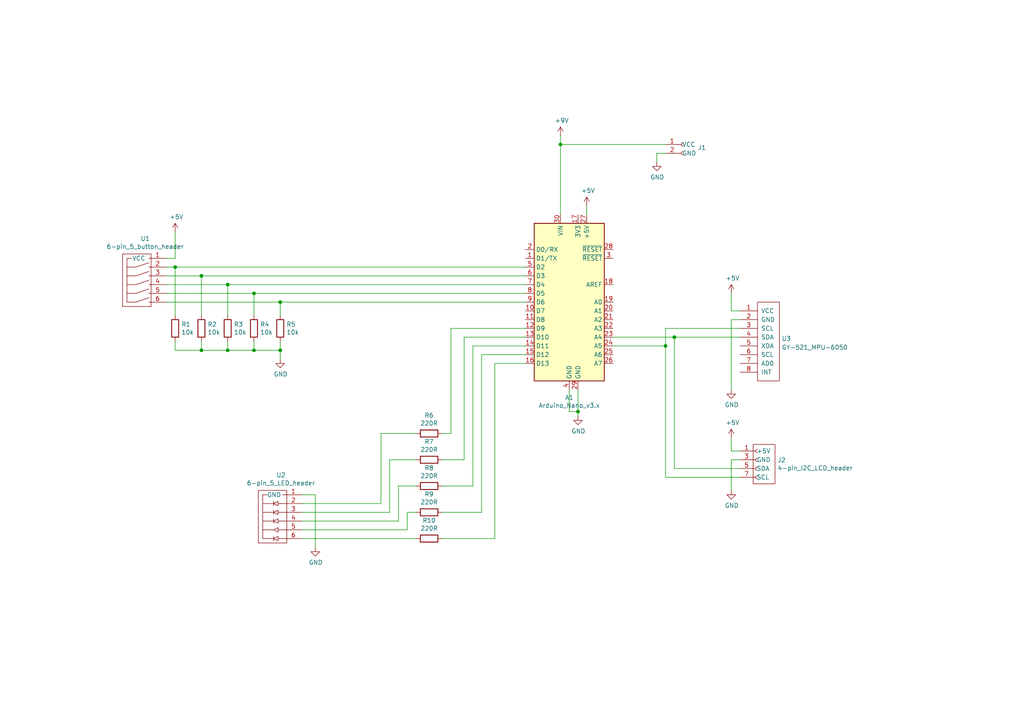
<source format=kicad_sch>
(kicad_sch (version 20230121) (generator eeschema)
  (paper "A4")
  (lib_symbols
    (symbol "Device:R" (pin_numbers hide) (pin_names (offset 0))
      (property "Reference" "R" (at 2.032 0 90))
      (property "Value" "R" (at 0 0 90))
      (symbol "R_0_1"
        (rectangle (start -1.016 -2.54) (end 1.016 2.54) (stroke (width 0.254)))
      )
      (symbol "R_1_1"
        (pin passive line (at 0 3.81 270) (length 1.27) (name "~") (number "1"))
        (pin passive line (at 0 -3.81 90) (length 1.27) (name "~") (number "2"))
      )
    )
    (symbol "MCU_Module:Arduino_Nano_v3.x"
      (property "Reference" "A" (at -10.16 23.495 0))
      (property "Value" "Arduino_Nano_v3.x" (at 5.08 -24.13 0))
      (symbol "Arduino_Nano_v3.x_0_1"
        (rectangle (start -10.16 22.86) (end 10.16 -22.86) (stroke (width 0.254)) (fill (type background)))
      )
      (symbol "Arduino_Nano_v3.x_1_1"
        (pin bidirectional line (at -12.7 12.7 0) (length 2.54) (name "D1/TX") (number "1"))
        (pin bidirectional line (at -12.7 -2.54 0) (length 2.54) (name "D7") (number "10"))
        (pin bidirectional line (at -12.7 -5.08 0) (length 2.54) (name "D8") (number "11"))
        (pin bidirectional line (at -12.7 -7.62 0) (length 2.54) (name "D9") (number "12"))
        (pin bidirectional line (at -12.7 -10.16 0) (length 2.54) (name "D10") (number "13"))
        (pin bidirectional line (at -12.7 -12.7 0) (length 2.54) (name "D11") (number "14"))
        (pin bidirectional line (at -12.7 -15.24 0) (length 2.54) (name "D12") (number "15"))
        (pin bidirectional line (at -12.7 -17.78 0) (length 2.54) (name "D13") (number "16"))
        (pin power_out line (at 2.54 25.4 270) (length 2.54) (name "3V3") (number "17"))
        (pin input line (at 12.7 5.08 180) (length 2.54) (name "AREF") (number "18"))
        (pin bidirectional line (at 12.7 0 180) (length 2.54) (name "A0") (number "19"))
        (pin bidirectional line (at -12.7 15.24 0) (length 2.54) (name "D0/RX") (number "2"))
        (pin bidirectional line (at 12.7 -2.54 180) (length 2.54) (name "A1") (number "20"))
        (pin bidirectional line (at 12.7 -5.08 180) (length 2.54) (name "A2") (number "21"))
        (pin bidirectional line (at 12.7 -7.62 180) (length 2.54) (name "A3") (number "22"))
        (pin bidirectional line (at 12.7 -10.16 180) (length 2.54) (name "A4") (number "23"))
        (pin bidirectional line (at 12.7 -12.7 180) (length 2.54) (name "A5") (number "24"))
        (pin bidirectional line (at 12.7 -15.24 180) (length 2.54) (name "A6") (number "25"))
        (pin bidirectional line (at 12.7 -17.78 180) (length 2.54) (name "A7") (number "26"))
        (pin power_out line (at 5.08 25.4 270) (length 2.54) (name "+5V") (number "27"))
        (pin input line (at 12.7 15.24 180) (length 2.54) (name "~{RESET}") (number "28"))
        (pin power_in line (at 2.54 -25.4 90) (length 2.54) (name "GND") (number "29"))
        (pin input line (at 12.7 12.7 180) (length 2.54) (name "~{RESET}") (number "3"))
        (pin power_in line (at -2.54 25.4 270) (length 2.54) (name "VIN") (number "30"))
        (pin power_in line (at 0 -25.4 90) (length 2.54) (name "GND") (number "4"))
        (pin bidirectional line (at -12.7 10.16 0) (length 2.54) (name "D2") (number "5"))
        (pin bidirectional line (at -12.7 7.62 0) (length 2.54) (name "D3") (number "6"))
        (pin bidirectional line (at -12.7 5.08 0) (length 2.54) (name "D4") (number "7"))
        (pin bidirectional line (at -12.7 2.54 0) (length 2.54) (name "D5") (number "8"))
        (pin bidirectional line (at -12.7 0 0) (length 2.54) (name "D6") (number "9"))
      )
    )
    (symbol "My_Headers:2-pin_power_input_header" (pin_names (offset 1.016))
      (property "Reference" "J" (at 0 2.54 0))
      (symbol "2-pin_power_input_header_1_1"
        (arc (start 0 -2.032) (mid -0.5058 -2.54) (end 0 -3.048) (stroke (width 0.1524)))
        (polyline (pts (xy -1.27 -2.54) (xy -0.508 -2.54)) (stroke (width 0.1524)))
        (polyline (pts (xy -1.27 0) (xy -0.508 0)) (stroke (width 0.1524)))
        (arc (start 0 0.508) (mid -0.5058 0) (end 0 -0.508) (stroke (width 0.1524)))
        (pin power_out line (at -5.08 0 0) (length 3.81) (name "VCC") (number "1"))
        (pin power_out line (at -5.08 -2.54 0) (length 3.81) (name "GND") (number "2"))
      )
    )
    (symbol "My_Headers:4-pin_I2C_LCD_header" (pin_names (offset 1.016))
      (property "Reference" "J" (at 0 5.715 0))
      (property "Value" "4-pin_I2C_LCD_header" (at 0 -8.255 0))
      (symbol "4-pin_I2C_LCD_header_0_1"
        (rectangle (start -1.27 4.445) (end 5.08 -6.985))
      )
      (symbol "4-pin_I2C_LCD_header_1_1"
        (arc (start 0 -4.572) (mid -0.5058 -5.08) (end 0 -5.588) (stroke (width 0.1524)))
        (arc (start 0 -2.032) (mid -0.5058 -2.54) (end 0 -3.048) (stroke (width 0.1524)))
        (polyline (pts (xy -1.27 -5.08) (xy -0.508 -5.08)) (stroke (width 0.1524)))
        (polyline (pts (xy -1.27 -2.54) (xy -0.508 -2.54)) (stroke (width 0.1524)))
        (polyline (pts (xy -1.27 0) (xy -0.508 0)) (stroke (width 0.1524)))
        (polyline (pts (xy -1.27 2.54) (xy -0.508 2.54)) (stroke (width 0.1524)))
        (arc (start 0 0.508) (mid -0.5058 0) (end 0 -0.508) (stroke (width 0.1524)))
        (arc (start 0 3.048) (mid -0.5058 2.54) (end 0 2.032) (stroke (width 0.1524)))
        (pin power_in line (at -5.08 2.54 0) (length 3.81) (name "+5V") (number "1"))
        (pin power_in line (at -5.08 0 0) (length 3.81) (name "GND") (number "3"))
        (pin passive line (at -5.08 -2.54 0) (length 3.81) (name "SDA") (number "5"))
        (pin passive line (at -5.08 -5.08 0) (length 3.81) (name "SCL") (number "7"))
      )
    )
    (symbol "My_Headers:6-pin_5_LED_header" (pin_names (offset 1.016))
      (property "Reference" "U" (at 5.715 2.54 0))
      (property "Value" "6-pin_5_LED_header" (at 4.445 -15.875 0))
      (symbol "6-pin_5_LED_header_0_1"
        (polyline (pts (xy 5.08 0) (xy 5.715 0)))
        (polyline (pts (xy 6.35 -10.16) (xy 5.08 -10.16)))
        (polyline (pts (xy 6.35 -10.16) (xy 6.35 -10.16)))
        (polyline (pts (xy 6.35 -7.62) (xy 5.08 -7.62)))
        (polyline (pts (xy 6.35 -5.08) (xy 5.08 -5.08)))
        (polyline (pts (xy 6.35 -5.08) (xy 6.985 -5.08)))
        (polyline (pts (xy 6.35 -2.54) (xy 5.08 -2.54)))
        (polyline (pts (xy 6.985 -10.16) (xy 6.35 -10.16)))
        (polyline (pts (xy 6.985 -7.62) (xy 6.35 -7.62)))
        (polyline (pts (xy 6.985 -2.54) (xy 6.35 -2.54)))
        (polyline (pts (xy 8.255 -12.7) (xy 10.16 -12.7)))
        (polyline (pts (xy 8.255 -12.065) (xy 8.255 -13.335)))
        (polyline (pts (xy 8.255 -10.16) (xy 11.43 -10.16)))
        (polyline (pts (xy 8.255 -7.62) (xy 11.43 -7.62)))
        (polyline (pts (xy 8.255 -6.985) (xy 8.255 -8.255)))
        (polyline (pts (xy 8.255 -5.08) (xy 8.255 -5.715)))
        (polyline (pts (xy 8.255 -5.08) (xy 11.43 -5.08)))
        (polyline (pts (xy 8.255 -4.445) (xy 8.255 -5.08)))
        (polyline (pts (xy 8.255 -2.54) (xy 11.43 -2.54)))
        (polyline (pts (xy 8.255 -1.905) (xy 8.255 -3.175)))
        (polyline (pts (xy 6.985 -10.795) (xy 6.985 -9.525) (xy 8.255 -10.16) (xy 6.985 -10.795)))
        (polyline (pts (xy 8.255 -7.62) (xy 6.985 -6.985) (xy 6.985 -8.255) (xy 8.255 -7.62)))
        (polyline (pts (xy 8.255 -5.08) (xy 6.985 -4.445) (xy 6.985 -5.715) (xy 8.255 -5.08)))
        (polyline (pts (xy 8.255 -2.54) (xy 6.985 -3.175) (xy 6.985 -1.905) (xy 8.255 -2.54)))
        (polyline (pts (xy 10.16 0) (xy 11.43 0) (xy 11.43 -12.7) (xy 10.16 -12.7)))
        (polyline (pts (xy 4.445 -13.97) (xy 12.7 -13.97) (xy 12.7 1.27) (xy 4.445 1.27) (xy 4.445 -13.97)))
        (polyline (pts (xy 5.08 -12.7) (xy 6.985 -12.7) (xy 6.985 -12.065) (xy 8.255 -12.7) (xy 6.985 -13.335) (xy 6.985 -12.7)))
      )
      (symbol "6-pin_5_LED_header_1_1"
        (pin power_in line (at 0 0 0) (length 5.08) (name "GND") (number "1"))
        (pin input line (at 0 -2.54 0) (length 5.08) (name "~") (number "2"))
        (pin input line (at 0 -5.08 0) (length 5.08) (name "~") (number "3"))
        (pin input line (at 0 -7.62 0) (length 5.08) (name "~") (number "4"))
        (pin input line (at 0 -10.16 0) (length 5.08) (name "~") (number "5"))
        (pin input line (at 0 -12.7 0) (length 5.08) (name "~") (number "6"))
      )
    )
    (symbol "My_Headers:6-pin_5_button_header" (pin_names (offset 1.016))
      (property "Reference" "U" (at 5.715 2.54 0))
      (property "Value" "6-pin_5_button_header" (at 4.445 -15.875 0))
      (symbol "6-pin_5_button_header_0_1"
        (polyline (pts (xy 5.08 -11.43) (xy 8.89 -12.7) (xy 10.16 -12.7)))
        (polyline (pts (xy 5.08 -8.89) (xy 8.89 -10.16) (xy 11.43 -10.16)))
        (polyline (pts (xy 5.08 -6.35) (xy 8.89 -7.62) (xy 11.43 -7.62)))
        (polyline (pts (xy 5.08 -3.81) (xy 8.89 -5.08) (xy 11.43 -5.08)))
        (polyline (pts (xy 10.16 0) (xy 11.43 0) (xy 11.43 -12.7) (xy 10.16 -12.7)))
        (polyline (pts (xy 11.43 -2.54) (xy 10.16 -2.54) (xy 8.89 -2.54) (xy 5.08 -1.27)))
        (polyline (pts (xy 4.445 -13.97) (xy 12.7 -13.97) (xy 12.7 1.27) (xy 4.445 1.27) (xy 4.445 -13.97)))
      )
      (symbol "6-pin_5_button_header_1_1"
        (pin power_in line (at 0 0 0) (length 5.08) (name "VCC") (number "1"))
        (pin output line (at 0 -2.54 0) (length 5.08) (name "~") (number "2"))
        (pin output line (at 0 -5.08 0) (length 5.08) (name "~") (number "3"))
        (pin output line (at 0 -7.62 0) (length 5.08) (name "~") (number "4"))
        (pin output line (at 0 -10.16 0) (length 5.08) (name "~") (number "5"))
        (pin output line (at 0 -12.7 0) (length 5.08) (name "~") (number "6"))
      )
    )
    (symbol "My_Parts:GY-521_MPU-6050" (pin_names (offset 1.016))
      (property "Reference" "U" (at 6.35 3.81 0))
      (property "Value" "GY-521_MPU-6050" (at 10.16 6.35 0))
      (symbol "GY-521_MPU-6050_0_1"
        (rectangle (start 5.08 2.54) (end 11.43 -20.32))
      )
      (symbol "GY-521_MPU-6050_1_1"
        (pin power_in line (at 0 0 0) (length 5.08) (name "VCC") (number "1"))
        (pin power_in line (at 0 -2.54 0) (length 5.08) (name "GND") (number "2"))
        (pin bidirectional line (at 0 -5.08 0) (length 5.08) (name "SCL") (number "3"))
        (pin bidirectional line (at 0 -7.62 0) (length 5.08) (name "SDA") (number "4"))
        (pin bidirectional line (at 0 -10.16 0) (length 5.08) (name "XDA") (number "5"))
        (pin bidirectional line (at 0 -12.7 0) (length 5.08) (name "SCL") (number "6"))
        (pin bidirectional line (at 0 -15.24 0) (length 5.08) (name "AD0") (number "7"))
        (pin bidirectional line (at 0 -17.78 0) (length 5.08) (name "INT") (number "8"))
      )
    )
    (symbol "power:+5V" (power) (pin_names (offset 0))
      (property "Value" "+5V" (at 0 3.556 0))
      (symbol "+5V_0_1"
        (polyline (pts (xy -0.762 1.27) (xy 0 2.54)))
        (polyline (pts (xy 0 0) (xy 0 2.54)))
        (polyline (pts (xy 0 2.54) (xy 0.762 1.27)))
      )
      (symbol "+5V_1_1"
        (pin power_in line (at 0 0 90) (length 0) hide (name "+5V") (number "1"))
      )
    )
    (symbol "power:+9V" (power) (pin_names (offset 0))
      (property "Value" "+9V" (at 0 3.556 0))
      (symbol "+9V_0_1"
        (polyline (pts (xy -0.762 1.27) (xy 0 2.54)))
        (polyline (pts (xy 0 0) (xy 0 2.54)))
        (polyline (pts (xy 0 2.54) (xy 0.762 1.27)))
      )
      (symbol "+9V_1_1"
        (pin power_in line (at 0 0 90) (length 0) hide (name "+9V") (number "1"))
      )
    )
    (symbol "power:GND" (power) (pin_names (offset 0))
      (property "Value" "GND" (at 0 -3.81 0))
      (symbol "GND_0_1"
        (polyline (pts (xy 0 0) (xy 0 -1.27) (xy 1.27 -1.27) (xy 0 -2.54) (xy -1.27 -1.27) (xy 0 -1.27)))
      )
      (symbol "GND_1_1"
        (pin power_in line (at 0 0 270) (length 0) hide (name "GND") (number "1"))
      )
    )
  )
  (junction (at 50.8 77.47))
  (junction (at 162.56 41.91))
  (junction (at 58.42 80.01))
  (junction (at 73.66 101.6))
  (junction (at 73.66 85.09))
  (junction (at 58.42 101.6))
  (junction (at 167.64 119.38))
  (junction (at 66.04 101.6))
  (junction (at 195.58 97.79))
  (junction (at 66.04 82.55))
  (junction (at 193.04 100.33))
  (junction (at 81.28 101.6))
  (junction (at 81.28 87.63))
  (wire (pts (xy 130.81 125.73) (xy 130.81 95.25)))
  (wire (pts (xy 193.04 138.43) (xy 193.04 100.33)))
  (wire (pts (xy 137.16 100.33) (xy 152.4 100.33)))
  (wire (pts (xy 118.11 153.67) (xy 118.11 148.59)))
  (wire (pts (xy 58.42 99.06) (xy 58.42 101.6)))
  (wire (pts (xy 81.28 101.6) (xy 81.28 104.14)))
  (wire (pts (xy 128.27 133.35) (xy 134.62 133.35)))
  (wire (pts (xy 87.63 143.51) (xy 91.44 143.51)))
  (wire (pts (xy 162.56 39.37) (xy 162.56 41.91)))
  (wire (pts (xy 91.44 143.51) (xy 91.44 158.75)))
  (wire (pts (xy 214.63 90.17) (xy 212.09 90.17)))
  (wire (pts (xy 73.66 101.6) (xy 81.28 101.6)))
  (wire (pts (xy 128.27 140.97) (xy 137.16 140.97)))
  (wire (pts (xy 193.04 41.91) (xy 162.56 41.91)))
  (wire (pts (xy 167.64 113.03) (xy 167.64 119.38)))
  (wire (pts (xy 165.1 113.03) (xy 165.1 119.38)))
  (wire (pts (xy 81.28 91.44) (xy 81.28 87.63)))
  (wire (pts (xy 134.62 97.79) (xy 152.4 97.79)))
  (wire (pts (xy 128.27 148.59) (xy 139.7 148.59)))
  (wire (pts (xy 115.57 151.13) (xy 115.57 140.97)))
  (wire (pts (xy 87.63 153.67) (xy 118.11 153.67)))
  (wire (pts (xy 195.58 97.79) (xy 177.8 97.79)))
  (wire (pts (xy 110.49 146.05) (xy 110.49 125.73)))
  (wire (pts (xy 48.26 87.63) (xy 81.28 87.63)))
  (wire (pts (xy 170.18 59.69) (xy 170.18 62.23)))
  (wire (pts (xy 130.81 95.25) (xy 152.4 95.25)))
  (wire (pts (xy 162.56 41.91) (xy 162.56 62.23)))
  (wire (pts (xy 139.7 148.59) (xy 139.7 102.87)))
  (wire (pts (xy 212.09 133.35) (xy 212.09 142.24)))
  (wire (pts (xy 118.11 148.59) (xy 120.65 148.59)))
  (wire (pts (xy 214.63 130.81) (xy 212.09 130.81)))
  (wire (pts (xy 137.16 140.97) (xy 137.16 100.33)))
  (wire (pts (xy 120.65 156.21) (xy 87.63 156.21)))
  (wire (pts (xy 128.27 125.73) (xy 130.81 125.73)))
  (wire (pts (xy 167.64 119.38) (xy 167.64 120.65)))
  (wire (pts (xy 58.42 80.01) (xy 152.4 80.01)))
  (wire (pts (xy 193.04 95.25) (xy 193.04 100.33)))
  (wire (pts (xy 81.28 101.6) (xy 81.28 99.06)))
  (wire (pts (xy 87.63 146.05) (xy 110.49 146.05)))
  (wire (pts (xy 48.26 82.55) (xy 66.04 82.55)))
  (wire (pts (xy 87.63 151.13) (xy 115.57 151.13)))
  (wire (pts (xy 193.04 44.45) (xy 190.5 44.45)))
  (wire (pts (xy 195.58 135.89) (xy 195.58 97.79)))
  (wire (pts (xy 214.63 97.79) (xy 195.58 97.79)))
  (wire (pts (xy 139.7 102.87) (xy 152.4 102.87)))
  (wire (pts (xy 73.66 91.44) (xy 73.66 85.09)))
  (wire (pts (xy 50.8 91.44) (xy 50.8 77.47)))
  (wire (pts (xy 66.04 91.44) (xy 66.04 82.55)))
  (wire (pts (xy 58.42 91.44) (xy 58.42 80.01)))
  (wire (pts (xy 214.63 135.89) (xy 195.58 135.89)))
  (wire (pts (xy 50.8 101.6) (xy 58.42 101.6)))
  (wire (pts (xy 214.63 92.71) (xy 212.09 92.71)))
  (wire (pts (xy 87.63 148.59) (xy 113.03 148.59)))
  (wire (pts (xy 134.62 133.35) (xy 134.62 97.79)))
  (wire (pts (xy 128.27 156.21) (xy 143.51 156.21)))
  (wire (pts (xy 214.63 133.35) (xy 212.09 133.35)))
  (wire (pts (xy 113.03 133.35) (xy 120.65 133.35)))
  (wire (pts (xy 48.26 74.93) (xy 50.8 74.93)))
  (wire (pts (xy 212.09 90.17) (xy 212.09 85.09)))
  (wire (pts (xy 212.09 92.71) (xy 212.09 113.03)))
  (wire (pts (xy 143.51 156.21) (xy 143.51 105.41)))
  (wire (pts (xy 113.03 148.59) (xy 113.03 133.35)))
  (wire (pts (xy 66.04 82.55) (xy 152.4 82.55)))
  (wire (pts (xy 73.66 85.09) (xy 152.4 85.09)))
  (wire (pts (xy 48.26 77.47) (xy 50.8 77.47)))
  (wire (pts (xy 66.04 99.06) (xy 66.04 101.6)))
  (wire (pts (xy 110.49 125.73) (xy 120.65 125.73)))
  (wire (pts (xy 115.57 140.97) (xy 120.65 140.97)))
  (wire (pts (xy 50.8 74.93) (xy 50.8 67.31)))
  (wire (pts (xy 48.26 80.01) (xy 58.42 80.01)))
  (wire (pts (xy 73.66 85.09) (xy 48.26 85.09)))
  (wire (pts (xy 214.63 95.25) (xy 193.04 95.25)))
  (wire (pts (xy 73.66 99.06) (xy 73.66 101.6)))
  (wire (pts (xy 190.5 44.45) (xy 190.5 46.99)))
  (wire (pts (xy 193.04 100.33) (xy 177.8 100.33)))
  (wire (pts (xy 212.09 130.81) (xy 212.09 127)))
  (wire (pts (xy 143.51 105.41) (xy 152.4 105.41)))
  (wire (pts (xy 81.28 87.63) (xy 152.4 87.63)))
  (wire (pts (xy 66.04 101.6) (xy 73.66 101.6)))
  (wire (pts (xy 58.42 101.6) (xy 66.04 101.6)))
  (wire (pts (xy 50.8 99.06) (xy 50.8 101.6)))
  (wire (pts (xy 50.8 77.47) (xy 152.4 77.47)))
  (wire (pts (xy 214.63 138.43) (xy 193.04 138.43)))
  (wire (pts (xy 165.1 119.38) (xy 167.64 119.38)))
  (symbol (lib_id "MCU_Module:Arduino_Nano_v3.x") (at 165.1 87.63 0) (unit 1)
    (property "Reference" "A1" (at 165.1 115.2906 0))
    (property "Value" "Arduino_Nano_v3.x" (at 165.1 117.602 0))
    (property "Footprint" "My_Arduino:Arduino_Nano_WithMountingHoles_larger" (effects hide))
    (property "Datasheet" "http://www.mouser.com/pdfdocs/Gravitech_Arduino_Nano3_0.pdf" (effects hide))
  )
  (symbol (lib_id "power:GND") (at 167.64 120.65 0) (unit 1)
    (property "Reference" "#PWR05" (effects hide))
    (property "Value" "GND" (at 167.767 125.0442 0))
  )
  (symbol (lib_id "power:GND") (at 212.09 113.03 0) (unit 1)
    (property "Reference" "#PWR09" (effects hide))
    (property "Value" "GND" (at 212.217 117.4242 0))
  )
  (symbol (lib_id "power:+5V") (at 212.09 85.09 0) (unit 1)
    (property "Reference" "#PWR08" (effects hide))
    (property "Value" "+5V" (at 212.471 80.6958 0))
  )
  (symbol (lib_id "power:+5V") (at 170.18 59.69 0) (unit 1)
    (property "Reference" "#PWR06" (effects hide))
    (property "Value" "+5V" (at 170.561 55.2958 0))
  )
  (symbol (lib_id "My_Headers:2-pin_power_input_header") (at 198.12 41.91 0) (unit 1)
    (property "Reference" "J1" (at 202.4126 42.799 0) (effects (justify left)))
    (property "Value" "2-pin_power_input_header" (effects hide))
    (property "Footprint" "My_Headers:2-pin_power_input_header_larger_pads" (effects hide))
  )
  (symbol (lib_id "power:+9V") (at 162.56 39.37 0) (unit 1)
    (property "Reference" "#PWR04" (effects hide))
    (property "Value" "+9V" (at 162.941 34.9758 0))
  )
  (symbol (lib_id "power:GND") (at 190.5 46.99 0) (unit 1)
    (property "Reference" "#PWR07" (effects hide))
    (property "Value" "GND" (at 190.627 51.3842 0))
  )
  (symbol (lib_id "My_Headers:4-pin_I2C_LCD_header") (at 219.71 133.35 0) (unit 1)
    (property "Reference" "J2" (at 225.5012 133.4516 0) (effects (justify left)))
    (property "Value" "4-pin_I2C_LCD_header" (at 225.5012 135.763 0) (effects (justify left)))
    (property "Footprint" "My_Headers:4-pin_I2C_LCD_header_larger" (effects hide))
  )
  (symbol (lib_id "power:+5V") (at 212.09 127 0) (unit 1)
    (property "Reference" "#PWR010" (effects hide))
    (property "Value" "+5V" (at 212.471 122.6058 0))
  )
  (symbol (lib_id "power:GND") (at 212.09 142.24 0) (unit 1)
    (property "Reference" "#PWR011" (effects hide))
    (property "Value" "GND" (at 212.217 146.6342 0))
  )
  (symbol (lib_id "My_Headers:6-pin_5_button_header") (at 48.26 74.93 0) (mirror y) (unit 1)
    (property "Reference" "U1" (at 42.1132 69.215 0))
    (property "Value" "6-pin_5_button_header" (at 42.1132 71.5264 0))
    (property "Footprint" "My_Headers:6-pin_5_switch_header_large" (effects hide))
  )
  (symbol (lib_id "power:+5V") (at 50.8 67.31 0) (unit 1)
    (property "Reference" "#PWR01" (effects hide))
    (property "Value" "+5V" (at 51.181 62.9158 0))
  )
  (symbol (lib_id "Device:R") (at 50.8 95.25 0) (unit 1)
    (property "Reference" "R1" (at 52.578 94.0816 0) (effects (justify left)))
    (property "Value" "10k" (at 52.578 96.393 0) (effects (justify left)))
    (property "Footprint" "My_Misc:R_Axial_DIN0207_L6.3mm_D2.5mm_P10.16mm_Horizontal_larger_pads" (effects hide))
  )
  (symbol (lib_id "Device:R") (at 58.42 95.25 0) (unit 1)
    (property "Reference" "R2" (at 60.198 94.0816 0) (effects (justify left)))
    (property "Value" "10k" (at 60.198 96.393 0) (effects (justify left)))
    (property "Footprint" "My_Misc:R_Axial_DIN0207_L6.3mm_D2.5mm_P10.16mm_Horizontal_larger_pads" (effects hide))
  )
  (symbol (lib_id "Device:R") (at 66.04 95.25 0) (unit 1)
    (property "Reference" "R3" (at 67.818 94.0816 0) (effects (justify left)))
    (property "Value" "10k" (at 67.818 96.393 0) (effects (justify left)))
    (property "Footprint" "My_Misc:R_Axial_DIN0207_L6.3mm_D2.5mm_P10.16mm_Horizontal_larger_pads" (effects hide))
  )
  (symbol (lib_id "Device:R") (at 73.66 95.25 0) (unit 1)
    (property "Reference" "R4" (at 75.438 94.0816 0) (effects (justify left)))
    (property "Value" "10k" (at 75.438 96.393 0) (effects (justify left)))
    (property "Footprint" "My_Misc:R_Axial_DIN0207_L6.3mm_D2.5mm_P10.16mm_Horizontal_larger_pads" (effects hide))
  )
  (symbol (lib_id "Device:R") (at 81.28 95.25 0) (unit 1)
    (property "Reference" "R5" (at 83.058 94.0816 0) (effects (justify left)))
    (property "Value" "10k" (at 83.058 96.393 0) (effects (justify left)))
    (property "Footprint" "My_Misc:R_Axial_DIN0207_L6.3mm_D2.5mm_P10.16mm_Horizontal_larger_pads" (effects hide))
  )
  (symbol (lib_id "power:GND") (at 81.28 104.14 0) (unit 1)
    (property "Reference" "#PWR02" (effects hide))
    (property "Value" "GND" (at 81.407 108.5342 0))
  )
  (symbol (lib_id "My_Headers:6-pin_5_LED_header") (at 87.63 143.51 0) (mirror y) (unit 1)
    (property "Reference" "U2" (at 81.4832 137.795 0))
    (property "Value" "6-pin_5_LED_header" (at 81.4832 140.1064 0))
    (property "Footprint" "My_Headers:6-pin_5_LED_header_large" (effects hide))
  )
  (symbol (lib_id "power:GND") (at 91.44 158.75 0) (unit 1)
    (property "Reference" "#PWR03" (effects hide))
    (property "Value" "GND" (at 91.567 163.1442 0))
  )
  (symbol (lib_id "Device:R") (at 124.46 125.73 270) (unit 1)
    (property "Reference" "R6" (at 124.46 120.4722 90))
    (property "Value" "220R" (at 124.46 122.7836 90))
    (property "Footprint" "My_Misc:R_Axial_DIN0207_L6.3mm_D2.5mm_P10.16mm_Horizontal_larger_pads" (effects hide))
  )
  (symbol (lib_id "Device:R") (at 124.46 133.35 270) (unit 1)
    (property "Reference" "R7" (at 124.46 128.0922 90))
    (property "Value" "220R" (at 124.46 130.4036 90))
    (property "Footprint" "My_Misc:R_Axial_DIN0207_L6.3mm_D2.5mm_P10.16mm_Horizontal_larger_pads" (effects hide))
  )
  (symbol (lib_id "Device:R") (at 124.46 140.97 270) (unit 1)
    (property "Reference" "R8" (at 124.46 135.7122 90))
    (property "Value" "220R" (at 124.46 138.0236 90))
    (property "Footprint" "My_Misc:R_Axial_DIN0207_L6.3mm_D2.5mm_P10.16mm_Horizontal_larger_pads" (effects hide))
  )
  (symbol (lib_id "Device:R") (at 124.46 148.59 270) (unit 1)
    (property "Reference" "R9" (at 124.46 143.3322 90))
    (property "Value" "220R" (at 124.46 145.6436 90))
    (property "Footprint" "My_Misc:R_Axial_DIN0207_L6.3mm_D2.5mm_P10.16mm_Horizontal_larger_pads" (effects hide))
  )
  (symbol (lib_id "Device:R") (at 124.46 156.21 270) (unit 1)
    (property "Reference" "R10" (at 124.46 150.9522 90))
    (property "Value" "220R" (at 124.46 153.2636 90))
    (property "Footprint" "My_Misc:R_Axial_DIN0207_L6.3mm_D2.5mm_P10.16mm_Horizontal_larger_pads" (effects hide))
  )
  (symbol (lib_id "My_Parts:GY-521_MPU-6050") (at 214.63 90.17 0) (unit 1)
    (property "Reference" "U3" (at 226.695 98.2253 0) (effects (justify left)))
    (property "Value" "GY-521_MPU-6050" (at 226.695 100.7622 0) (effects (justify left)))
    (property "Footprint" "My_Headers:8-pin_GY-521,_MPU-6050_header_larger_pads" (effects hide))
  )
)
</source>
